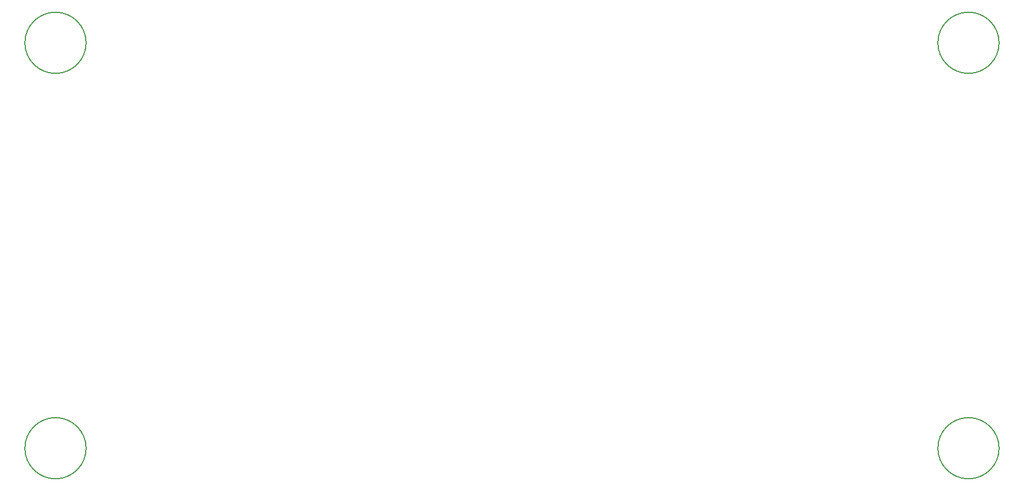
<source format=gbr>
G04 #@! TF.GenerationSoftware,KiCad,Pcbnew,(5.1.0)-1*
G04 #@! TF.CreationDate,2022-08-15T09:48:56-05:00*
G04 #@! TF.ProjectId,surfgen,73757266-6765-46e2-9e6b-696361645f70,rev?*
G04 #@! TF.SameCoordinates,Original*
G04 #@! TF.FileFunction,Other,Comment*
%FSLAX46Y46*%
G04 Gerber Fmt 4.6, Leading zero omitted, Abs format (unit mm)*
G04 Created by KiCad (PCBNEW (5.1.0)-1) date 2022-08-15 09:48:56*
%MOMM*%
%LPD*%
G04 APERTURE LIST*
%ADD10C,0.150000*%
G04 APERTURE END LIST*
D10*
X89182000Y-131419600D02*
G75*
G03X89182000Y-131419600I-4600000J0D01*
G01*
X89182000Y-70459600D02*
G75*
G03X89182000Y-70459600I-4600000J0D01*
G01*
X226342000Y-70459600D02*
G75*
G03X226342000Y-70459600I-4600000J0D01*
G01*
X226342000Y-131419600D02*
G75*
G03X226342000Y-131419600I-4600000J0D01*
G01*
M02*

</source>
